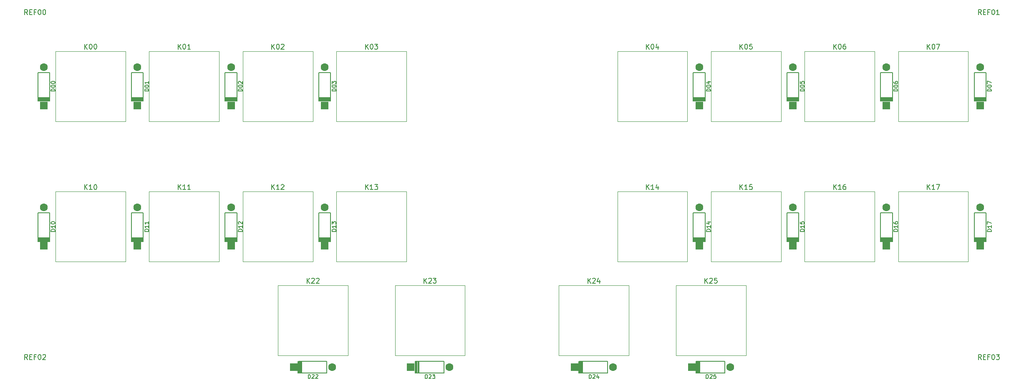
<source format=gto>
%TF.GenerationSoftware,KiCad,Pcbnew,(6.0.0)*%
%TF.CreationDate,2022-01-10T09:23:07+09:00*%
%TF.ProjectId,orca_pcb,6f726361-5f70-4636-922e-6b696361645f,rev?*%
%TF.SameCoordinates,Original*%
%TF.FileFunction,Legend,Top*%
%TF.FilePolarity,Positive*%
%FSLAX46Y46*%
G04 Gerber Fmt 4.6, Leading zero omitted, Abs format (unit mm)*
G04 Created by KiCad (PCBNEW (6.0.0)) date 2022-01-10 09:23:07*
%MOMM*%
%LPD*%
G01*
G04 APERTURE LIST*
%ADD10C,0.150000*%
%ADD11C,0.120000*%
%ADD12C,0.200000*%
%ADD13R,1.600000X1.600000*%
%ADD14C,1.600000*%
G04 APERTURE END LIST*
D10*
%TO.C,REF01*%
X196226190Y77547619D02*
X195892857Y78023809D01*
X195654761Y77547619D02*
X195654761Y78547619D01*
X196035714Y78547619D01*
X196130952Y78500000D01*
X196178571Y78452380D01*
X196226190Y78357142D01*
X196226190Y78214285D01*
X196178571Y78119047D01*
X196130952Y78071428D01*
X196035714Y78023809D01*
X195654761Y78023809D01*
X196654761Y78071428D02*
X196988095Y78071428D01*
X197130952Y77547619D02*
X196654761Y77547619D01*
X196654761Y78547619D01*
X197130952Y78547619D01*
X197892857Y78071428D02*
X197559523Y78071428D01*
X197559523Y77547619D02*
X197559523Y78547619D01*
X198035714Y78547619D01*
X198607142Y78547619D02*
X198702380Y78547619D01*
X198797619Y78500000D01*
X198845238Y78452380D01*
X198892857Y78357142D01*
X198940476Y78166666D01*
X198940476Y77928571D01*
X198892857Y77738095D01*
X198845238Y77642857D01*
X198797619Y77595238D01*
X198702380Y77547619D01*
X198607142Y77547619D01*
X198511904Y77595238D01*
X198464285Y77642857D01*
X198416666Y77738095D01*
X198369047Y77928571D01*
X198369047Y78166666D01*
X198416666Y78357142D01*
X198464285Y78452380D01*
X198511904Y78500000D01*
X198607142Y78547619D01*
X199892857Y77547619D02*
X199321428Y77547619D01*
X199607142Y77547619D02*
X199607142Y78547619D01*
X199511904Y78404761D01*
X199416666Y78309523D01*
X199321428Y78261904D01*
%TO.C,REF03*%
X196226190Y7547619D02*
X195892857Y8023809D01*
X195654761Y7547619D02*
X195654761Y8547619D01*
X196035714Y8547619D01*
X196130952Y8500000D01*
X196178571Y8452380D01*
X196226190Y8357142D01*
X196226190Y8214285D01*
X196178571Y8119047D01*
X196130952Y8071428D01*
X196035714Y8023809D01*
X195654761Y8023809D01*
X196654761Y8071428D02*
X196988095Y8071428D01*
X197130952Y7547619D02*
X196654761Y7547619D01*
X196654761Y8547619D01*
X197130952Y8547619D01*
X197892857Y8071428D02*
X197559523Y8071428D01*
X197559523Y7547619D02*
X197559523Y8547619D01*
X198035714Y8547619D01*
X198607142Y8547619D02*
X198702380Y8547619D01*
X198797619Y8500000D01*
X198845238Y8452380D01*
X198892857Y8357142D01*
X198940476Y8166666D01*
X198940476Y7928571D01*
X198892857Y7738095D01*
X198845238Y7642857D01*
X198797619Y7595238D01*
X198702380Y7547619D01*
X198607142Y7547619D01*
X198511904Y7595238D01*
X198464285Y7642857D01*
X198416666Y7738095D01*
X198369047Y7928571D01*
X198369047Y8166666D01*
X198416666Y8357142D01*
X198464285Y8452380D01*
X198511904Y8500000D01*
X198607142Y8547619D01*
X199273809Y8547619D02*
X199892857Y8547619D01*
X199559523Y8166666D01*
X199702380Y8166666D01*
X199797619Y8119047D01*
X199845238Y8071428D01*
X199892857Y7976190D01*
X199892857Y7738095D01*
X199845238Y7642857D01*
X199797619Y7595238D01*
X199702380Y7547619D01*
X199416666Y7547619D01*
X199321428Y7595238D01*
X199273809Y7642857D01*
%TO.C,REF02*%
X2726190Y7547619D02*
X2392857Y8023809D01*
X2154761Y7547619D02*
X2154761Y8547619D01*
X2535714Y8547619D01*
X2630952Y8500000D01*
X2678571Y8452380D01*
X2726190Y8357142D01*
X2726190Y8214285D01*
X2678571Y8119047D01*
X2630952Y8071428D01*
X2535714Y8023809D01*
X2154761Y8023809D01*
X3154761Y8071428D02*
X3488095Y8071428D01*
X3630952Y7547619D02*
X3154761Y7547619D01*
X3154761Y8547619D01*
X3630952Y8547619D01*
X4392857Y8071428D02*
X4059523Y8071428D01*
X4059523Y7547619D02*
X4059523Y8547619D01*
X4535714Y8547619D01*
X5107142Y8547619D02*
X5202380Y8547619D01*
X5297619Y8500000D01*
X5345238Y8452380D01*
X5392857Y8357142D01*
X5440476Y8166666D01*
X5440476Y7928571D01*
X5392857Y7738095D01*
X5345238Y7642857D01*
X5297619Y7595238D01*
X5202380Y7547619D01*
X5107142Y7547619D01*
X5011904Y7595238D01*
X4964285Y7642857D01*
X4916666Y7738095D01*
X4869047Y7928571D01*
X4869047Y8166666D01*
X4916666Y8357142D01*
X4964285Y8452380D01*
X5011904Y8500000D01*
X5107142Y8547619D01*
X5821428Y8452380D02*
X5869047Y8500000D01*
X5964285Y8547619D01*
X6202380Y8547619D01*
X6297619Y8500000D01*
X6345238Y8452380D01*
X6392857Y8357142D01*
X6392857Y8261904D01*
X6345238Y8119047D01*
X5773809Y7547619D01*
X6392857Y7547619D01*
%TO.C,REF00*%
X2726190Y77547619D02*
X2392857Y78023809D01*
X2154761Y77547619D02*
X2154761Y78547619D01*
X2535714Y78547619D01*
X2630952Y78500000D01*
X2678571Y78452380D01*
X2726190Y78357142D01*
X2726190Y78214285D01*
X2678571Y78119047D01*
X2630952Y78071428D01*
X2535714Y78023809D01*
X2154761Y78023809D01*
X3154761Y78071428D02*
X3488095Y78071428D01*
X3630952Y77547619D02*
X3154761Y77547619D01*
X3154761Y78547619D01*
X3630952Y78547619D01*
X4392857Y78071428D02*
X4059523Y78071428D01*
X4059523Y77547619D02*
X4059523Y78547619D01*
X4535714Y78547619D01*
X5107142Y78547619D02*
X5202380Y78547619D01*
X5297619Y78500000D01*
X5345238Y78452380D01*
X5392857Y78357142D01*
X5440476Y78166666D01*
X5440476Y77928571D01*
X5392857Y77738095D01*
X5345238Y77642857D01*
X5297619Y77595238D01*
X5202380Y77547619D01*
X5107142Y77547619D01*
X5011904Y77595238D01*
X4964285Y77642857D01*
X4916666Y77738095D01*
X4869047Y77928571D01*
X4869047Y78166666D01*
X4916666Y78357142D01*
X4964285Y78452380D01*
X5011904Y78500000D01*
X5107142Y78547619D01*
X6059523Y78547619D02*
X6154761Y78547619D01*
X6250000Y78500000D01*
X6297619Y78452380D01*
X6345238Y78357142D01*
X6392857Y78166666D01*
X6392857Y77928571D01*
X6345238Y77738095D01*
X6297619Y77642857D01*
X6250000Y77595238D01*
X6154761Y77547619D01*
X6059523Y77547619D01*
X5964285Y77595238D01*
X5916666Y77642857D01*
X5869047Y77738095D01*
X5821428Y77928571D01*
X5821428Y78166666D01*
X5869047Y78357142D01*
X5916666Y78452380D01*
X5964285Y78500000D01*
X6059523Y78547619D01*
%TO.C,K25*%
X140165714Y23047619D02*
X140165714Y24047619D01*
X140737142Y23047619D02*
X140308571Y23619047D01*
X140737142Y24047619D02*
X140165714Y23476190D01*
X141118095Y23952380D02*
X141165714Y24000000D01*
X141260952Y24047619D01*
X141499047Y24047619D01*
X141594285Y24000000D01*
X141641904Y23952380D01*
X141689523Y23857142D01*
X141689523Y23761904D01*
X141641904Y23619047D01*
X141070476Y23047619D01*
X141689523Y23047619D01*
X142594285Y24047619D02*
X142118095Y24047619D01*
X142070476Y23571428D01*
X142118095Y23619047D01*
X142213333Y23666666D01*
X142451428Y23666666D01*
X142546666Y23619047D01*
X142594285Y23571428D01*
X142641904Y23476190D01*
X142641904Y23238095D01*
X142594285Y23142857D01*
X142546666Y23095238D01*
X142451428Y23047619D01*
X142213333Y23047619D01*
X142118095Y23095238D01*
X142070476Y23142857D01*
%TO.C,K24*%
X116415714Y23047619D02*
X116415714Y24047619D01*
X116987142Y23047619D02*
X116558571Y23619047D01*
X116987142Y24047619D02*
X116415714Y23476190D01*
X117368095Y23952380D02*
X117415714Y24000000D01*
X117510952Y24047619D01*
X117749047Y24047619D01*
X117844285Y24000000D01*
X117891904Y23952380D01*
X117939523Y23857142D01*
X117939523Y23761904D01*
X117891904Y23619047D01*
X117320476Y23047619D01*
X117939523Y23047619D01*
X118796666Y23714285D02*
X118796666Y23047619D01*
X118558571Y24095238D02*
X118320476Y23380952D01*
X118939523Y23380952D01*
%TO.C,K23*%
X83165714Y23047619D02*
X83165714Y24047619D01*
X83737142Y23047619D02*
X83308571Y23619047D01*
X83737142Y24047619D02*
X83165714Y23476190D01*
X84118095Y23952380D02*
X84165714Y24000000D01*
X84260952Y24047619D01*
X84499047Y24047619D01*
X84594285Y24000000D01*
X84641904Y23952380D01*
X84689523Y23857142D01*
X84689523Y23761904D01*
X84641904Y23619047D01*
X84070476Y23047619D01*
X84689523Y23047619D01*
X85022857Y24047619D02*
X85641904Y24047619D01*
X85308571Y23666666D01*
X85451428Y23666666D01*
X85546666Y23619047D01*
X85594285Y23571428D01*
X85641904Y23476190D01*
X85641904Y23238095D01*
X85594285Y23142857D01*
X85546666Y23095238D01*
X85451428Y23047619D01*
X85165714Y23047619D01*
X85070476Y23095238D01*
X85022857Y23142857D01*
%TO.C,K22*%
X59415714Y23047619D02*
X59415714Y24047619D01*
X59987142Y23047619D02*
X59558571Y23619047D01*
X59987142Y24047619D02*
X59415714Y23476190D01*
X60368095Y23952380D02*
X60415714Y24000000D01*
X60510952Y24047619D01*
X60749047Y24047619D01*
X60844285Y24000000D01*
X60891904Y23952380D01*
X60939523Y23857142D01*
X60939523Y23761904D01*
X60891904Y23619047D01*
X60320476Y23047619D01*
X60939523Y23047619D01*
X61320476Y23952380D02*
X61368095Y24000000D01*
X61463333Y24047619D01*
X61701428Y24047619D01*
X61796666Y24000000D01*
X61844285Y23952380D01*
X61891904Y23857142D01*
X61891904Y23761904D01*
X61844285Y23619047D01*
X61272857Y23047619D01*
X61891904Y23047619D01*
%TO.C,K17*%
X185285714Y42047619D02*
X185285714Y43047619D01*
X185857142Y42047619D02*
X185428571Y42619047D01*
X185857142Y43047619D02*
X185285714Y42476190D01*
X186809523Y42047619D02*
X186238095Y42047619D01*
X186523809Y42047619D02*
X186523809Y43047619D01*
X186428571Y42904761D01*
X186333333Y42809523D01*
X186238095Y42761904D01*
X187142857Y43047619D02*
X187809523Y43047619D01*
X187380952Y42047619D01*
%TO.C,K16*%
X166285714Y42047619D02*
X166285714Y43047619D01*
X166857142Y42047619D02*
X166428571Y42619047D01*
X166857142Y43047619D02*
X166285714Y42476190D01*
X167809523Y42047619D02*
X167238095Y42047619D01*
X167523809Y42047619D02*
X167523809Y43047619D01*
X167428571Y42904761D01*
X167333333Y42809523D01*
X167238095Y42761904D01*
X168666666Y43047619D02*
X168476190Y43047619D01*
X168380952Y43000000D01*
X168333333Y42952380D01*
X168238095Y42809523D01*
X168190476Y42619047D01*
X168190476Y42238095D01*
X168238095Y42142857D01*
X168285714Y42095238D01*
X168380952Y42047619D01*
X168571428Y42047619D01*
X168666666Y42095238D01*
X168714285Y42142857D01*
X168761904Y42238095D01*
X168761904Y42476190D01*
X168714285Y42571428D01*
X168666666Y42619047D01*
X168571428Y42666666D01*
X168380952Y42666666D01*
X168285714Y42619047D01*
X168238095Y42571428D01*
X168190476Y42476190D01*
%TO.C,K15*%
X147285714Y42047619D02*
X147285714Y43047619D01*
X147857142Y42047619D02*
X147428571Y42619047D01*
X147857142Y43047619D02*
X147285714Y42476190D01*
X148809523Y42047619D02*
X148238095Y42047619D01*
X148523809Y42047619D02*
X148523809Y43047619D01*
X148428571Y42904761D01*
X148333333Y42809523D01*
X148238095Y42761904D01*
X149714285Y43047619D02*
X149238095Y43047619D01*
X149190476Y42571428D01*
X149238095Y42619047D01*
X149333333Y42666666D01*
X149571428Y42666666D01*
X149666666Y42619047D01*
X149714285Y42571428D01*
X149761904Y42476190D01*
X149761904Y42238095D01*
X149714285Y42142857D01*
X149666666Y42095238D01*
X149571428Y42047619D01*
X149333333Y42047619D01*
X149238095Y42095238D01*
X149190476Y42142857D01*
%TO.C,K14*%
X128285714Y42047619D02*
X128285714Y43047619D01*
X128857142Y42047619D02*
X128428571Y42619047D01*
X128857142Y43047619D02*
X128285714Y42476190D01*
X129809523Y42047619D02*
X129238095Y42047619D01*
X129523809Y42047619D02*
X129523809Y43047619D01*
X129428571Y42904761D01*
X129333333Y42809523D01*
X129238095Y42761904D01*
X130666666Y42714285D02*
X130666666Y42047619D01*
X130428571Y43095238D02*
X130190476Y42380952D01*
X130809523Y42380952D01*
%TO.C,K13*%
X71285714Y42047619D02*
X71285714Y43047619D01*
X71857142Y42047619D02*
X71428571Y42619047D01*
X71857142Y43047619D02*
X71285714Y42476190D01*
X72809523Y42047619D02*
X72238095Y42047619D01*
X72523809Y42047619D02*
X72523809Y43047619D01*
X72428571Y42904761D01*
X72333333Y42809523D01*
X72238095Y42761904D01*
X73142857Y43047619D02*
X73761904Y43047619D01*
X73428571Y42666666D01*
X73571428Y42666666D01*
X73666666Y42619047D01*
X73714285Y42571428D01*
X73761904Y42476190D01*
X73761904Y42238095D01*
X73714285Y42142857D01*
X73666666Y42095238D01*
X73571428Y42047619D01*
X73285714Y42047619D01*
X73190476Y42095238D01*
X73142857Y42142857D01*
%TO.C,K12*%
X52285714Y42047619D02*
X52285714Y43047619D01*
X52857142Y42047619D02*
X52428571Y42619047D01*
X52857142Y43047619D02*
X52285714Y42476190D01*
X53809523Y42047619D02*
X53238095Y42047619D01*
X53523809Y42047619D02*
X53523809Y43047619D01*
X53428571Y42904761D01*
X53333333Y42809523D01*
X53238095Y42761904D01*
X54190476Y42952380D02*
X54238095Y43000000D01*
X54333333Y43047619D01*
X54571428Y43047619D01*
X54666666Y43000000D01*
X54714285Y42952380D01*
X54761904Y42857142D01*
X54761904Y42761904D01*
X54714285Y42619047D01*
X54142857Y42047619D01*
X54761904Y42047619D01*
%TO.C,K11*%
X33285714Y42047619D02*
X33285714Y43047619D01*
X33857142Y42047619D02*
X33428571Y42619047D01*
X33857142Y43047619D02*
X33285714Y42476190D01*
X34809523Y42047619D02*
X34238095Y42047619D01*
X34523809Y42047619D02*
X34523809Y43047619D01*
X34428571Y42904761D01*
X34333333Y42809523D01*
X34238095Y42761904D01*
X35761904Y42047619D02*
X35190476Y42047619D01*
X35476190Y42047619D02*
X35476190Y43047619D01*
X35380952Y42904761D01*
X35285714Y42809523D01*
X35190476Y42761904D01*
%TO.C,K10*%
X14285714Y42047619D02*
X14285714Y43047619D01*
X14857142Y42047619D02*
X14428571Y42619047D01*
X14857142Y43047619D02*
X14285714Y42476190D01*
X15809523Y42047619D02*
X15238095Y42047619D01*
X15523809Y42047619D02*
X15523809Y43047619D01*
X15428571Y42904761D01*
X15333333Y42809523D01*
X15238095Y42761904D01*
X16428571Y43047619D02*
X16523809Y43047619D01*
X16619047Y43000000D01*
X16666666Y42952380D01*
X16714285Y42857142D01*
X16761904Y42666666D01*
X16761904Y42428571D01*
X16714285Y42238095D01*
X16666666Y42142857D01*
X16619047Y42095238D01*
X16523809Y42047619D01*
X16428571Y42047619D01*
X16333333Y42095238D01*
X16285714Y42142857D01*
X16238095Y42238095D01*
X16190476Y42428571D01*
X16190476Y42666666D01*
X16238095Y42857142D01*
X16285714Y42952380D01*
X16333333Y43000000D01*
X16428571Y43047619D01*
%TO.C,K07*%
X185285714Y70547619D02*
X185285714Y71547619D01*
X185857142Y70547619D02*
X185428571Y71119047D01*
X185857142Y71547619D02*
X185285714Y70976190D01*
X186476190Y71547619D02*
X186571428Y71547619D01*
X186666666Y71500000D01*
X186714285Y71452380D01*
X186761904Y71357142D01*
X186809523Y71166666D01*
X186809523Y70928571D01*
X186761904Y70738095D01*
X186714285Y70642857D01*
X186666666Y70595238D01*
X186571428Y70547619D01*
X186476190Y70547619D01*
X186380952Y70595238D01*
X186333333Y70642857D01*
X186285714Y70738095D01*
X186238095Y70928571D01*
X186238095Y71166666D01*
X186285714Y71357142D01*
X186333333Y71452380D01*
X186380952Y71500000D01*
X186476190Y71547619D01*
X187142857Y71547619D02*
X187809523Y71547619D01*
X187380952Y70547619D01*
%TO.C,K06*%
X166285714Y70547619D02*
X166285714Y71547619D01*
X166857142Y70547619D02*
X166428571Y71119047D01*
X166857142Y71547619D02*
X166285714Y70976190D01*
X167476190Y71547619D02*
X167571428Y71547619D01*
X167666666Y71500000D01*
X167714285Y71452380D01*
X167761904Y71357142D01*
X167809523Y71166666D01*
X167809523Y70928571D01*
X167761904Y70738095D01*
X167714285Y70642857D01*
X167666666Y70595238D01*
X167571428Y70547619D01*
X167476190Y70547619D01*
X167380952Y70595238D01*
X167333333Y70642857D01*
X167285714Y70738095D01*
X167238095Y70928571D01*
X167238095Y71166666D01*
X167285714Y71357142D01*
X167333333Y71452380D01*
X167380952Y71500000D01*
X167476190Y71547619D01*
X168666666Y71547619D02*
X168476190Y71547619D01*
X168380952Y71500000D01*
X168333333Y71452380D01*
X168238095Y71309523D01*
X168190476Y71119047D01*
X168190476Y70738095D01*
X168238095Y70642857D01*
X168285714Y70595238D01*
X168380952Y70547619D01*
X168571428Y70547619D01*
X168666666Y70595238D01*
X168714285Y70642857D01*
X168761904Y70738095D01*
X168761904Y70976190D01*
X168714285Y71071428D01*
X168666666Y71119047D01*
X168571428Y71166666D01*
X168380952Y71166666D01*
X168285714Y71119047D01*
X168238095Y71071428D01*
X168190476Y70976190D01*
%TO.C,K05*%
X147285714Y70547619D02*
X147285714Y71547619D01*
X147857142Y70547619D02*
X147428571Y71119047D01*
X147857142Y71547619D02*
X147285714Y70976190D01*
X148476190Y71547619D02*
X148571428Y71547619D01*
X148666666Y71500000D01*
X148714285Y71452380D01*
X148761904Y71357142D01*
X148809523Y71166666D01*
X148809523Y70928571D01*
X148761904Y70738095D01*
X148714285Y70642857D01*
X148666666Y70595238D01*
X148571428Y70547619D01*
X148476190Y70547619D01*
X148380952Y70595238D01*
X148333333Y70642857D01*
X148285714Y70738095D01*
X148238095Y70928571D01*
X148238095Y71166666D01*
X148285714Y71357142D01*
X148333333Y71452380D01*
X148380952Y71500000D01*
X148476190Y71547619D01*
X149714285Y71547619D02*
X149238095Y71547619D01*
X149190476Y71071428D01*
X149238095Y71119047D01*
X149333333Y71166666D01*
X149571428Y71166666D01*
X149666666Y71119047D01*
X149714285Y71071428D01*
X149761904Y70976190D01*
X149761904Y70738095D01*
X149714285Y70642857D01*
X149666666Y70595238D01*
X149571428Y70547619D01*
X149333333Y70547619D01*
X149238095Y70595238D01*
X149190476Y70642857D01*
%TO.C,K04*%
X128285714Y70547619D02*
X128285714Y71547619D01*
X128857142Y70547619D02*
X128428571Y71119047D01*
X128857142Y71547619D02*
X128285714Y70976190D01*
X129476190Y71547619D02*
X129571428Y71547619D01*
X129666666Y71500000D01*
X129714285Y71452380D01*
X129761904Y71357142D01*
X129809523Y71166666D01*
X129809523Y70928571D01*
X129761904Y70738095D01*
X129714285Y70642857D01*
X129666666Y70595238D01*
X129571428Y70547619D01*
X129476190Y70547619D01*
X129380952Y70595238D01*
X129333333Y70642857D01*
X129285714Y70738095D01*
X129238095Y70928571D01*
X129238095Y71166666D01*
X129285714Y71357142D01*
X129333333Y71452380D01*
X129380952Y71500000D01*
X129476190Y71547619D01*
X130666666Y71214285D02*
X130666666Y70547619D01*
X130428571Y71595238D02*
X130190476Y70880952D01*
X130809523Y70880952D01*
%TO.C,K03*%
X71285714Y70547619D02*
X71285714Y71547619D01*
X71857142Y70547619D02*
X71428571Y71119047D01*
X71857142Y71547619D02*
X71285714Y70976190D01*
X72476190Y71547619D02*
X72571428Y71547619D01*
X72666666Y71500000D01*
X72714285Y71452380D01*
X72761904Y71357142D01*
X72809523Y71166666D01*
X72809523Y70928571D01*
X72761904Y70738095D01*
X72714285Y70642857D01*
X72666666Y70595238D01*
X72571428Y70547619D01*
X72476190Y70547619D01*
X72380952Y70595238D01*
X72333333Y70642857D01*
X72285714Y70738095D01*
X72238095Y70928571D01*
X72238095Y71166666D01*
X72285714Y71357142D01*
X72333333Y71452380D01*
X72380952Y71500000D01*
X72476190Y71547619D01*
X73142857Y71547619D02*
X73761904Y71547619D01*
X73428571Y71166666D01*
X73571428Y71166666D01*
X73666666Y71119047D01*
X73714285Y71071428D01*
X73761904Y70976190D01*
X73761904Y70738095D01*
X73714285Y70642857D01*
X73666666Y70595238D01*
X73571428Y70547619D01*
X73285714Y70547619D01*
X73190476Y70595238D01*
X73142857Y70642857D01*
%TO.C,K02*%
X52285714Y70547619D02*
X52285714Y71547619D01*
X52857142Y70547619D02*
X52428571Y71119047D01*
X52857142Y71547619D02*
X52285714Y70976190D01*
X53476190Y71547619D02*
X53571428Y71547619D01*
X53666666Y71500000D01*
X53714285Y71452380D01*
X53761904Y71357142D01*
X53809523Y71166666D01*
X53809523Y70928571D01*
X53761904Y70738095D01*
X53714285Y70642857D01*
X53666666Y70595238D01*
X53571428Y70547619D01*
X53476190Y70547619D01*
X53380952Y70595238D01*
X53333333Y70642857D01*
X53285714Y70738095D01*
X53238095Y70928571D01*
X53238095Y71166666D01*
X53285714Y71357142D01*
X53333333Y71452380D01*
X53380952Y71500000D01*
X53476190Y71547619D01*
X54190476Y71452380D02*
X54238095Y71500000D01*
X54333333Y71547619D01*
X54571428Y71547619D01*
X54666666Y71500000D01*
X54714285Y71452380D01*
X54761904Y71357142D01*
X54761904Y71261904D01*
X54714285Y71119047D01*
X54142857Y70547619D01*
X54761904Y70547619D01*
%TO.C,K01*%
X33285714Y70547619D02*
X33285714Y71547619D01*
X33857142Y70547619D02*
X33428571Y71119047D01*
X33857142Y71547619D02*
X33285714Y70976190D01*
X34476190Y71547619D02*
X34571428Y71547619D01*
X34666666Y71500000D01*
X34714285Y71452380D01*
X34761904Y71357142D01*
X34809523Y71166666D01*
X34809523Y70928571D01*
X34761904Y70738095D01*
X34714285Y70642857D01*
X34666666Y70595238D01*
X34571428Y70547619D01*
X34476190Y70547619D01*
X34380952Y70595238D01*
X34333333Y70642857D01*
X34285714Y70738095D01*
X34238095Y70928571D01*
X34238095Y71166666D01*
X34285714Y71357142D01*
X34333333Y71452380D01*
X34380952Y71500000D01*
X34476190Y71547619D01*
X35761904Y70547619D02*
X35190476Y70547619D01*
X35476190Y70547619D02*
X35476190Y71547619D01*
X35380952Y71404761D01*
X35285714Y71309523D01*
X35190476Y71261904D01*
%TO.C,K00*%
X14285714Y70547619D02*
X14285714Y71547619D01*
X14857142Y70547619D02*
X14428571Y71119047D01*
X14857142Y71547619D02*
X14285714Y70976190D01*
X15476190Y71547619D02*
X15571428Y71547619D01*
X15666666Y71500000D01*
X15714285Y71452380D01*
X15761904Y71357142D01*
X15809523Y71166666D01*
X15809523Y70928571D01*
X15761904Y70738095D01*
X15714285Y70642857D01*
X15666666Y70595238D01*
X15571428Y70547619D01*
X15476190Y70547619D01*
X15380952Y70595238D01*
X15333333Y70642857D01*
X15285714Y70738095D01*
X15238095Y70928571D01*
X15238095Y71166666D01*
X15285714Y71357142D01*
X15333333Y71452380D01*
X15380952Y71500000D01*
X15476190Y71547619D01*
X16428571Y71547619D02*
X16523809Y71547619D01*
X16619047Y71500000D01*
X16666666Y71452380D01*
X16714285Y71357142D01*
X16761904Y71166666D01*
X16761904Y70928571D01*
X16714285Y70738095D01*
X16666666Y70642857D01*
X16619047Y70595238D01*
X16523809Y70547619D01*
X16428571Y70547619D01*
X16333333Y70595238D01*
X16285714Y70642857D01*
X16238095Y70738095D01*
X16190476Y70928571D01*
X16190476Y71166666D01*
X16238095Y71357142D01*
X16285714Y71452380D01*
X16333333Y71500000D01*
X16428571Y71547619D01*
%TO.C,D25*%
X140408571Y3713095D02*
X140408571Y4513095D01*
X140599047Y4513095D01*
X140713333Y4475000D01*
X140789523Y4398809D01*
X140827619Y4322619D01*
X140865714Y4170238D01*
X140865714Y4055952D01*
X140827619Y3903571D01*
X140789523Y3827380D01*
X140713333Y3751190D01*
X140599047Y3713095D01*
X140408571Y3713095D01*
X141170476Y4436904D02*
X141208571Y4475000D01*
X141284761Y4513095D01*
X141475238Y4513095D01*
X141551428Y4475000D01*
X141589523Y4436904D01*
X141627619Y4360714D01*
X141627619Y4284523D01*
X141589523Y4170238D01*
X141132380Y3713095D01*
X141627619Y3713095D01*
X142351428Y4513095D02*
X141970476Y4513095D01*
X141932380Y4132142D01*
X141970476Y4170238D01*
X142046666Y4208333D01*
X142237142Y4208333D01*
X142313333Y4170238D01*
X142351428Y4132142D01*
X142389523Y4055952D01*
X142389523Y3865476D01*
X142351428Y3789285D01*
X142313333Y3751190D01*
X142237142Y3713095D01*
X142046666Y3713095D01*
X141970476Y3751190D01*
X141932380Y3789285D01*
%TO.C,D24*%
X116658571Y3713095D02*
X116658571Y4513095D01*
X116849047Y4513095D01*
X116963333Y4475000D01*
X117039523Y4398809D01*
X117077619Y4322619D01*
X117115714Y4170238D01*
X117115714Y4055952D01*
X117077619Y3903571D01*
X117039523Y3827380D01*
X116963333Y3751190D01*
X116849047Y3713095D01*
X116658571Y3713095D01*
X117420476Y4436904D02*
X117458571Y4475000D01*
X117534761Y4513095D01*
X117725238Y4513095D01*
X117801428Y4475000D01*
X117839523Y4436904D01*
X117877619Y4360714D01*
X117877619Y4284523D01*
X117839523Y4170238D01*
X117382380Y3713095D01*
X117877619Y3713095D01*
X118563333Y4246428D02*
X118563333Y3713095D01*
X118372857Y4551190D02*
X118182380Y3979761D01*
X118677619Y3979761D01*
%TO.C,D23*%
X83408571Y3713095D02*
X83408571Y4513095D01*
X83599047Y4513095D01*
X83713333Y4475000D01*
X83789523Y4398809D01*
X83827619Y4322619D01*
X83865714Y4170238D01*
X83865714Y4055952D01*
X83827619Y3903571D01*
X83789523Y3827380D01*
X83713333Y3751190D01*
X83599047Y3713095D01*
X83408571Y3713095D01*
X84170476Y4436904D02*
X84208571Y4475000D01*
X84284761Y4513095D01*
X84475238Y4513095D01*
X84551428Y4475000D01*
X84589523Y4436904D01*
X84627619Y4360714D01*
X84627619Y4284523D01*
X84589523Y4170238D01*
X84132380Y3713095D01*
X84627619Y3713095D01*
X84894285Y4513095D02*
X85389523Y4513095D01*
X85122857Y4208333D01*
X85237142Y4208333D01*
X85313333Y4170238D01*
X85351428Y4132142D01*
X85389523Y4055952D01*
X85389523Y3865476D01*
X85351428Y3789285D01*
X85313333Y3751190D01*
X85237142Y3713095D01*
X85008571Y3713095D01*
X84932380Y3751190D01*
X84894285Y3789285D01*
%TO.C,D22*%
X59658571Y3713095D02*
X59658571Y4513095D01*
X59849047Y4513095D01*
X59963333Y4475000D01*
X60039523Y4398809D01*
X60077619Y4322619D01*
X60115714Y4170238D01*
X60115714Y4055952D01*
X60077619Y3903571D01*
X60039523Y3827380D01*
X59963333Y3751190D01*
X59849047Y3713095D01*
X59658571Y3713095D01*
X60420476Y4436904D02*
X60458571Y4475000D01*
X60534761Y4513095D01*
X60725238Y4513095D01*
X60801428Y4475000D01*
X60839523Y4436904D01*
X60877619Y4360714D01*
X60877619Y4284523D01*
X60839523Y4170238D01*
X60382380Y3713095D01*
X60877619Y3713095D01*
X61182380Y4436904D02*
X61220476Y4475000D01*
X61296666Y4513095D01*
X61487142Y4513095D01*
X61563333Y4475000D01*
X61601428Y4436904D01*
X61639523Y4360714D01*
X61639523Y4284523D01*
X61601428Y4170238D01*
X61144285Y3713095D01*
X61639523Y3713095D01*
%TO.C,D17*%
X198286904Y33528571D02*
X197486904Y33528571D01*
X197486904Y33719047D01*
X197525000Y33833333D01*
X197601190Y33909523D01*
X197677380Y33947619D01*
X197829761Y33985714D01*
X197944047Y33985714D01*
X198096428Y33947619D01*
X198172619Y33909523D01*
X198248809Y33833333D01*
X198286904Y33719047D01*
X198286904Y33528571D01*
X198286904Y34747619D02*
X198286904Y34290476D01*
X198286904Y34519047D02*
X197486904Y34519047D01*
X197601190Y34442857D01*
X197677380Y34366666D01*
X197715476Y34290476D01*
X197486904Y35014285D02*
X197486904Y35547619D01*
X198286904Y35204761D01*
%TO.C,D16*%
X179286904Y33528571D02*
X178486904Y33528571D01*
X178486904Y33719047D01*
X178525000Y33833333D01*
X178601190Y33909523D01*
X178677380Y33947619D01*
X178829761Y33985714D01*
X178944047Y33985714D01*
X179096428Y33947619D01*
X179172619Y33909523D01*
X179248809Y33833333D01*
X179286904Y33719047D01*
X179286904Y33528571D01*
X179286904Y34747619D02*
X179286904Y34290476D01*
X179286904Y34519047D02*
X178486904Y34519047D01*
X178601190Y34442857D01*
X178677380Y34366666D01*
X178715476Y34290476D01*
X178486904Y35433333D02*
X178486904Y35280952D01*
X178525000Y35204761D01*
X178563095Y35166666D01*
X178677380Y35090476D01*
X178829761Y35052380D01*
X179134523Y35052380D01*
X179210714Y35090476D01*
X179248809Y35128571D01*
X179286904Y35204761D01*
X179286904Y35357142D01*
X179248809Y35433333D01*
X179210714Y35471428D01*
X179134523Y35509523D01*
X178944047Y35509523D01*
X178867857Y35471428D01*
X178829761Y35433333D01*
X178791666Y35357142D01*
X178791666Y35204761D01*
X178829761Y35128571D01*
X178867857Y35090476D01*
X178944047Y35052380D01*
%TO.C,D15*%
X160286904Y33528571D02*
X159486904Y33528571D01*
X159486904Y33719047D01*
X159525000Y33833333D01*
X159601190Y33909523D01*
X159677380Y33947619D01*
X159829761Y33985714D01*
X159944047Y33985714D01*
X160096428Y33947619D01*
X160172619Y33909523D01*
X160248809Y33833333D01*
X160286904Y33719047D01*
X160286904Y33528571D01*
X160286904Y34747619D02*
X160286904Y34290476D01*
X160286904Y34519047D02*
X159486904Y34519047D01*
X159601190Y34442857D01*
X159677380Y34366666D01*
X159715476Y34290476D01*
X159486904Y35471428D02*
X159486904Y35090476D01*
X159867857Y35052380D01*
X159829761Y35090476D01*
X159791666Y35166666D01*
X159791666Y35357142D01*
X159829761Y35433333D01*
X159867857Y35471428D01*
X159944047Y35509523D01*
X160134523Y35509523D01*
X160210714Y35471428D01*
X160248809Y35433333D01*
X160286904Y35357142D01*
X160286904Y35166666D01*
X160248809Y35090476D01*
X160210714Y35052380D01*
%TO.C,D14*%
X141286904Y33528571D02*
X140486904Y33528571D01*
X140486904Y33719047D01*
X140525000Y33833333D01*
X140601190Y33909523D01*
X140677380Y33947619D01*
X140829761Y33985714D01*
X140944047Y33985714D01*
X141096428Y33947619D01*
X141172619Y33909523D01*
X141248809Y33833333D01*
X141286904Y33719047D01*
X141286904Y33528571D01*
X141286904Y34747619D02*
X141286904Y34290476D01*
X141286904Y34519047D02*
X140486904Y34519047D01*
X140601190Y34442857D01*
X140677380Y34366666D01*
X140715476Y34290476D01*
X140753571Y35433333D02*
X141286904Y35433333D01*
X140448809Y35242857D02*
X141020238Y35052380D01*
X141020238Y35547619D01*
%TO.C,D13*%
X65286904Y33528571D02*
X64486904Y33528571D01*
X64486904Y33719047D01*
X64525000Y33833333D01*
X64601190Y33909523D01*
X64677380Y33947619D01*
X64829761Y33985714D01*
X64944047Y33985714D01*
X65096428Y33947619D01*
X65172619Y33909523D01*
X65248809Y33833333D01*
X65286904Y33719047D01*
X65286904Y33528571D01*
X65286904Y34747619D02*
X65286904Y34290476D01*
X65286904Y34519047D02*
X64486904Y34519047D01*
X64601190Y34442857D01*
X64677380Y34366666D01*
X64715476Y34290476D01*
X64486904Y35014285D02*
X64486904Y35509523D01*
X64791666Y35242857D01*
X64791666Y35357142D01*
X64829761Y35433333D01*
X64867857Y35471428D01*
X64944047Y35509523D01*
X65134523Y35509523D01*
X65210714Y35471428D01*
X65248809Y35433333D01*
X65286904Y35357142D01*
X65286904Y35128571D01*
X65248809Y35052380D01*
X65210714Y35014285D01*
%TO.C,D12*%
X46286904Y33528571D02*
X45486904Y33528571D01*
X45486904Y33719047D01*
X45525000Y33833333D01*
X45601190Y33909523D01*
X45677380Y33947619D01*
X45829761Y33985714D01*
X45944047Y33985714D01*
X46096428Y33947619D01*
X46172619Y33909523D01*
X46248809Y33833333D01*
X46286904Y33719047D01*
X46286904Y33528571D01*
X46286904Y34747619D02*
X46286904Y34290476D01*
X46286904Y34519047D02*
X45486904Y34519047D01*
X45601190Y34442857D01*
X45677380Y34366666D01*
X45715476Y34290476D01*
X45563095Y35052380D02*
X45525000Y35090476D01*
X45486904Y35166666D01*
X45486904Y35357142D01*
X45525000Y35433333D01*
X45563095Y35471428D01*
X45639285Y35509523D01*
X45715476Y35509523D01*
X45829761Y35471428D01*
X46286904Y35014285D01*
X46286904Y35509523D01*
%TO.C,D11*%
X27286904Y33528571D02*
X26486904Y33528571D01*
X26486904Y33719047D01*
X26525000Y33833333D01*
X26601190Y33909523D01*
X26677380Y33947619D01*
X26829761Y33985714D01*
X26944047Y33985714D01*
X27096428Y33947619D01*
X27172619Y33909523D01*
X27248809Y33833333D01*
X27286904Y33719047D01*
X27286904Y33528571D01*
X27286904Y34747619D02*
X27286904Y34290476D01*
X27286904Y34519047D02*
X26486904Y34519047D01*
X26601190Y34442857D01*
X26677380Y34366666D01*
X26715476Y34290476D01*
X27286904Y35509523D02*
X27286904Y35052380D01*
X27286904Y35280952D02*
X26486904Y35280952D01*
X26601190Y35204761D01*
X26677380Y35128571D01*
X26715476Y35052380D01*
%TO.C,D10*%
X8286904Y33528571D02*
X7486904Y33528571D01*
X7486904Y33719047D01*
X7525000Y33833333D01*
X7601190Y33909523D01*
X7677380Y33947619D01*
X7829761Y33985714D01*
X7944047Y33985714D01*
X8096428Y33947619D01*
X8172619Y33909523D01*
X8248809Y33833333D01*
X8286904Y33719047D01*
X8286904Y33528571D01*
X8286904Y34747619D02*
X8286904Y34290476D01*
X8286904Y34519047D02*
X7486904Y34519047D01*
X7601190Y34442857D01*
X7677380Y34366666D01*
X7715476Y34290476D01*
X7486904Y35242857D02*
X7486904Y35319047D01*
X7525000Y35395238D01*
X7563095Y35433333D01*
X7639285Y35471428D01*
X7791666Y35509523D01*
X7982142Y35509523D01*
X8134523Y35471428D01*
X8210714Y35433333D01*
X8248809Y35395238D01*
X8286904Y35319047D01*
X8286904Y35242857D01*
X8248809Y35166666D01*
X8210714Y35128571D01*
X8134523Y35090476D01*
X7982142Y35052380D01*
X7791666Y35052380D01*
X7639285Y35090476D01*
X7563095Y35128571D01*
X7525000Y35166666D01*
X7486904Y35242857D01*
%TO.C,D07*%
X198286904Y62028571D02*
X197486904Y62028571D01*
X197486904Y62219047D01*
X197525000Y62333333D01*
X197601190Y62409523D01*
X197677380Y62447619D01*
X197829761Y62485714D01*
X197944047Y62485714D01*
X198096428Y62447619D01*
X198172619Y62409523D01*
X198248809Y62333333D01*
X198286904Y62219047D01*
X198286904Y62028571D01*
X197486904Y62980952D02*
X197486904Y63057142D01*
X197525000Y63133333D01*
X197563095Y63171428D01*
X197639285Y63209523D01*
X197791666Y63247619D01*
X197982142Y63247619D01*
X198134523Y63209523D01*
X198210714Y63171428D01*
X198248809Y63133333D01*
X198286904Y63057142D01*
X198286904Y62980952D01*
X198248809Y62904761D01*
X198210714Y62866666D01*
X198134523Y62828571D01*
X197982142Y62790476D01*
X197791666Y62790476D01*
X197639285Y62828571D01*
X197563095Y62866666D01*
X197525000Y62904761D01*
X197486904Y62980952D01*
X197486904Y63514285D02*
X197486904Y64047619D01*
X198286904Y63704761D01*
%TO.C,D06*%
X179286904Y62028571D02*
X178486904Y62028571D01*
X178486904Y62219047D01*
X178525000Y62333333D01*
X178601190Y62409523D01*
X178677380Y62447619D01*
X178829761Y62485714D01*
X178944047Y62485714D01*
X179096428Y62447619D01*
X179172619Y62409523D01*
X179248809Y62333333D01*
X179286904Y62219047D01*
X179286904Y62028571D01*
X178486904Y62980952D02*
X178486904Y63057142D01*
X178525000Y63133333D01*
X178563095Y63171428D01*
X178639285Y63209523D01*
X178791666Y63247619D01*
X178982142Y63247619D01*
X179134523Y63209523D01*
X179210714Y63171428D01*
X179248809Y63133333D01*
X179286904Y63057142D01*
X179286904Y62980952D01*
X179248809Y62904761D01*
X179210714Y62866666D01*
X179134523Y62828571D01*
X178982142Y62790476D01*
X178791666Y62790476D01*
X178639285Y62828571D01*
X178563095Y62866666D01*
X178525000Y62904761D01*
X178486904Y62980952D01*
X178486904Y63933333D02*
X178486904Y63780952D01*
X178525000Y63704761D01*
X178563095Y63666666D01*
X178677380Y63590476D01*
X178829761Y63552380D01*
X179134523Y63552380D01*
X179210714Y63590476D01*
X179248809Y63628571D01*
X179286904Y63704761D01*
X179286904Y63857142D01*
X179248809Y63933333D01*
X179210714Y63971428D01*
X179134523Y64009523D01*
X178944047Y64009523D01*
X178867857Y63971428D01*
X178829761Y63933333D01*
X178791666Y63857142D01*
X178791666Y63704761D01*
X178829761Y63628571D01*
X178867857Y63590476D01*
X178944047Y63552380D01*
%TO.C,D05*%
X160286904Y62028571D02*
X159486904Y62028571D01*
X159486904Y62219047D01*
X159525000Y62333333D01*
X159601190Y62409523D01*
X159677380Y62447619D01*
X159829761Y62485714D01*
X159944047Y62485714D01*
X160096428Y62447619D01*
X160172619Y62409523D01*
X160248809Y62333333D01*
X160286904Y62219047D01*
X160286904Y62028571D01*
X159486904Y62980952D02*
X159486904Y63057142D01*
X159525000Y63133333D01*
X159563095Y63171428D01*
X159639285Y63209523D01*
X159791666Y63247619D01*
X159982142Y63247619D01*
X160134523Y63209523D01*
X160210714Y63171428D01*
X160248809Y63133333D01*
X160286904Y63057142D01*
X160286904Y62980952D01*
X160248809Y62904761D01*
X160210714Y62866666D01*
X160134523Y62828571D01*
X159982142Y62790476D01*
X159791666Y62790476D01*
X159639285Y62828571D01*
X159563095Y62866666D01*
X159525000Y62904761D01*
X159486904Y62980952D01*
X159486904Y63971428D02*
X159486904Y63590476D01*
X159867857Y63552380D01*
X159829761Y63590476D01*
X159791666Y63666666D01*
X159791666Y63857142D01*
X159829761Y63933333D01*
X159867857Y63971428D01*
X159944047Y64009523D01*
X160134523Y64009523D01*
X160210714Y63971428D01*
X160248809Y63933333D01*
X160286904Y63857142D01*
X160286904Y63666666D01*
X160248809Y63590476D01*
X160210714Y63552380D01*
%TO.C,D04*%
X141286904Y62028571D02*
X140486904Y62028571D01*
X140486904Y62219047D01*
X140525000Y62333333D01*
X140601190Y62409523D01*
X140677380Y62447619D01*
X140829761Y62485714D01*
X140944047Y62485714D01*
X141096428Y62447619D01*
X141172619Y62409523D01*
X141248809Y62333333D01*
X141286904Y62219047D01*
X141286904Y62028571D01*
X140486904Y62980952D02*
X140486904Y63057142D01*
X140525000Y63133333D01*
X140563095Y63171428D01*
X140639285Y63209523D01*
X140791666Y63247619D01*
X140982142Y63247619D01*
X141134523Y63209523D01*
X141210714Y63171428D01*
X141248809Y63133333D01*
X141286904Y63057142D01*
X141286904Y62980952D01*
X141248809Y62904761D01*
X141210714Y62866666D01*
X141134523Y62828571D01*
X140982142Y62790476D01*
X140791666Y62790476D01*
X140639285Y62828571D01*
X140563095Y62866666D01*
X140525000Y62904761D01*
X140486904Y62980952D01*
X140753571Y63933333D02*
X141286904Y63933333D01*
X140448809Y63742857D02*
X141020238Y63552380D01*
X141020238Y64047619D01*
%TO.C,D03*%
X65286904Y62028571D02*
X64486904Y62028571D01*
X64486904Y62219047D01*
X64525000Y62333333D01*
X64601190Y62409523D01*
X64677380Y62447619D01*
X64829761Y62485714D01*
X64944047Y62485714D01*
X65096428Y62447619D01*
X65172619Y62409523D01*
X65248809Y62333333D01*
X65286904Y62219047D01*
X65286904Y62028571D01*
X64486904Y62980952D02*
X64486904Y63057142D01*
X64525000Y63133333D01*
X64563095Y63171428D01*
X64639285Y63209523D01*
X64791666Y63247619D01*
X64982142Y63247619D01*
X65134523Y63209523D01*
X65210714Y63171428D01*
X65248809Y63133333D01*
X65286904Y63057142D01*
X65286904Y62980952D01*
X65248809Y62904761D01*
X65210714Y62866666D01*
X65134523Y62828571D01*
X64982142Y62790476D01*
X64791666Y62790476D01*
X64639285Y62828571D01*
X64563095Y62866666D01*
X64525000Y62904761D01*
X64486904Y62980952D01*
X64486904Y63514285D02*
X64486904Y64009523D01*
X64791666Y63742857D01*
X64791666Y63857142D01*
X64829761Y63933333D01*
X64867857Y63971428D01*
X64944047Y64009523D01*
X65134523Y64009523D01*
X65210714Y63971428D01*
X65248809Y63933333D01*
X65286904Y63857142D01*
X65286904Y63628571D01*
X65248809Y63552380D01*
X65210714Y63514285D01*
%TO.C,D02*%
X46286904Y62028571D02*
X45486904Y62028571D01*
X45486904Y62219047D01*
X45525000Y62333333D01*
X45601190Y62409523D01*
X45677380Y62447619D01*
X45829761Y62485714D01*
X45944047Y62485714D01*
X46096428Y62447619D01*
X46172619Y62409523D01*
X46248809Y62333333D01*
X46286904Y62219047D01*
X46286904Y62028571D01*
X45486904Y62980952D02*
X45486904Y63057142D01*
X45525000Y63133333D01*
X45563095Y63171428D01*
X45639285Y63209523D01*
X45791666Y63247619D01*
X45982142Y63247619D01*
X46134523Y63209523D01*
X46210714Y63171428D01*
X46248809Y63133333D01*
X46286904Y63057142D01*
X46286904Y62980952D01*
X46248809Y62904761D01*
X46210714Y62866666D01*
X46134523Y62828571D01*
X45982142Y62790476D01*
X45791666Y62790476D01*
X45639285Y62828571D01*
X45563095Y62866666D01*
X45525000Y62904761D01*
X45486904Y62980952D01*
X45563095Y63552380D02*
X45525000Y63590476D01*
X45486904Y63666666D01*
X45486904Y63857142D01*
X45525000Y63933333D01*
X45563095Y63971428D01*
X45639285Y64009523D01*
X45715476Y64009523D01*
X45829761Y63971428D01*
X46286904Y63514285D01*
X46286904Y64009523D01*
%TO.C,D01*%
X27286904Y62028571D02*
X26486904Y62028571D01*
X26486904Y62219047D01*
X26525000Y62333333D01*
X26601190Y62409523D01*
X26677380Y62447619D01*
X26829761Y62485714D01*
X26944047Y62485714D01*
X27096428Y62447619D01*
X27172619Y62409523D01*
X27248809Y62333333D01*
X27286904Y62219047D01*
X27286904Y62028571D01*
X26486904Y62980952D02*
X26486904Y63057142D01*
X26525000Y63133333D01*
X26563095Y63171428D01*
X26639285Y63209523D01*
X26791666Y63247619D01*
X26982142Y63247619D01*
X27134523Y63209523D01*
X27210714Y63171428D01*
X27248809Y63133333D01*
X27286904Y63057142D01*
X27286904Y62980952D01*
X27248809Y62904761D01*
X27210714Y62866666D01*
X27134523Y62828571D01*
X26982142Y62790476D01*
X26791666Y62790476D01*
X26639285Y62828571D01*
X26563095Y62866666D01*
X26525000Y62904761D01*
X26486904Y62980952D01*
X27286904Y64009523D02*
X27286904Y63552380D01*
X27286904Y63780952D02*
X26486904Y63780952D01*
X26601190Y63704761D01*
X26677380Y63628571D01*
X26715476Y63552380D01*
%TO.C,D00*%
X8286904Y62028571D02*
X7486904Y62028571D01*
X7486904Y62219047D01*
X7525000Y62333333D01*
X7601190Y62409523D01*
X7677380Y62447619D01*
X7829761Y62485714D01*
X7944047Y62485714D01*
X8096428Y62447619D01*
X8172619Y62409523D01*
X8248809Y62333333D01*
X8286904Y62219047D01*
X8286904Y62028571D01*
X7486904Y62980952D02*
X7486904Y63057142D01*
X7525000Y63133333D01*
X7563095Y63171428D01*
X7639285Y63209523D01*
X7791666Y63247619D01*
X7982142Y63247619D01*
X8134523Y63209523D01*
X8210714Y63171428D01*
X8248809Y63133333D01*
X8286904Y63057142D01*
X8286904Y62980952D01*
X8248809Y62904761D01*
X8210714Y62866666D01*
X8134523Y62828571D01*
X7982142Y62790476D01*
X7791666Y62790476D01*
X7639285Y62828571D01*
X7563095Y62866666D01*
X7525000Y62904761D01*
X7486904Y62980952D01*
X7486904Y63742857D02*
X7486904Y63819047D01*
X7525000Y63895238D01*
X7563095Y63933333D01*
X7639285Y63971428D01*
X7791666Y64009523D01*
X7982142Y64009523D01*
X8134523Y63971428D01*
X8210714Y63933333D01*
X8248809Y63895238D01*
X8286904Y63819047D01*
X8286904Y63742857D01*
X8248809Y63666666D01*
X8210714Y63628571D01*
X8134523Y63590476D01*
X7982142Y63552380D01*
X7791666Y63552380D01*
X7639285Y63590476D01*
X7563095Y63628571D01*
X7525000Y63666666D01*
X7486904Y63742857D01*
D11*
%TO.C,K25*%
X148480000Y22600000D02*
X134280000Y22600000D01*
X148480000Y8400000D02*
X148480000Y22600000D01*
X134280000Y8400000D02*
X148480000Y8400000D01*
X134280000Y22600000D02*
X134280000Y8400000D01*
%TO.C,K24*%
X124730000Y22600000D02*
X110530000Y22600000D01*
X124730000Y8400000D02*
X124730000Y22600000D01*
X110530000Y8400000D02*
X124730000Y8400000D01*
X110530000Y22600000D02*
X110530000Y8400000D01*
%TO.C,K23*%
X77280000Y22600000D02*
X77280000Y8400000D01*
X77280000Y8400000D02*
X91480000Y8400000D01*
X91480000Y8400000D02*
X91480000Y22600000D01*
X91480000Y22600000D02*
X77280000Y22600000D01*
%TO.C,K22*%
X67730000Y22600000D02*
X53530000Y22600000D01*
X67730000Y8400000D02*
X67730000Y22600000D01*
X53530000Y8400000D02*
X67730000Y8400000D01*
X53530000Y22600000D02*
X53530000Y8400000D01*
%TO.C,K17*%
X193600000Y41600000D02*
X179400000Y41600000D01*
X193600000Y27400000D02*
X193600000Y41600000D01*
X179400000Y27400000D02*
X193600000Y27400000D01*
X179400000Y41600000D02*
X179400000Y27400000D01*
%TO.C,K16*%
X174600000Y41600000D02*
X160400000Y41600000D01*
X174600000Y27400000D02*
X174600000Y41600000D01*
X160400000Y27400000D02*
X174600000Y27400000D01*
X160400000Y41600000D02*
X160400000Y27400000D01*
%TO.C,K15*%
X155600000Y41600000D02*
X141400000Y41600000D01*
X155600000Y27400000D02*
X155600000Y41600000D01*
X141400000Y27400000D02*
X155600000Y27400000D01*
X141400000Y41600000D02*
X141400000Y27400000D01*
%TO.C,K14*%
X122400000Y41600000D02*
X122400000Y27400000D01*
X122400000Y27400000D02*
X136600000Y27400000D01*
X136600000Y27400000D02*
X136600000Y41600000D01*
X136600000Y41600000D02*
X122400000Y41600000D01*
%TO.C,K13*%
X79600000Y41600000D02*
X65400000Y41600000D01*
X79600000Y27400000D02*
X79600000Y41600000D01*
X65400000Y27400000D02*
X79600000Y27400000D01*
X65400000Y41600000D02*
X65400000Y27400000D01*
%TO.C,K12*%
X60600000Y41600000D02*
X46400000Y41600000D01*
X60600000Y27400000D02*
X60600000Y41600000D01*
X46400000Y27400000D02*
X60600000Y27400000D01*
X46400000Y41600000D02*
X46400000Y27400000D01*
%TO.C,K11*%
X27400000Y41600000D02*
X27400000Y27400000D01*
X27400000Y27400000D02*
X41600000Y27400000D01*
X41600000Y27400000D02*
X41600000Y41600000D01*
X41600000Y41600000D02*
X27400000Y41600000D01*
%TO.C,K10*%
X22600000Y41600000D02*
X8400000Y41600000D01*
X22600000Y27400000D02*
X22600000Y41600000D01*
X8400000Y27400000D02*
X22600000Y27400000D01*
X8400000Y41600000D02*
X8400000Y27400000D01*
%TO.C,K07*%
X193600000Y70100000D02*
X179400000Y70100000D01*
X193600000Y55900000D02*
X193600000Y70100000D01*
X179400000Y55900000D02*
X193600000Y55900000D01*
X179400000Y70100000D02*
X179400000Y55900000D01*
%TO.C,K06*%
X174600000Y70100000D02*
X160400000Y70100000D01*
X174600000Y55900000D02*
X174600000Y70100000D01*
X160400000Y55900000D02*
X174600000Y55900000D01*
X160400000Y70100000D02*
X160400000Y55900000D01*
%TO.C,K05*%
X155600000Y70100000D02*
X141400000Y70100000D01*
X155600000Y55900000D02*
X155600000Y70100000D01*
X141400000Y55900000D02*
X155600000Y55900000D01*
X141400000Y70100000D02*
X141400000Y55900000D01*
%TO.C,K04*%
X136600000Y70100000D02*
X122400000Y70100000D01*
X136600000Y55900000D02*
X136600000Y70100000D01*
X122400000Y55900000D02*
X136600000Y55900000D01*
X122400000Y70100000D02*
X122400000Y55900000D01*
%TO.C,K03*%
X79600000Y70100000D02*
X65400000Y70100000D01*
X79600000Y55900000D02*
X79600000Y70100000D01*
X65400000Y55900000D02*
X79600000Y55900000D01*
X65400000Y70100000D02*
X65400000Y55900000D01*
%TO.C,K02*%
X60600000Y70100000D02*
X46400000Y70100000D01*
X60600000Y55900000D02*
X60600000Y70100000D01*
X46400000Y55900000D02*
X60600000Y55900000D01*
X46400000Y70100000D02*
X46400000Y55900000D01*
%TO.C,K01*%
X41600000Y70100000D02*
X27400000Y70100000D01*
X41600000Y55900000D02*
X41600000Y70100000D01*
X27400000Y55900000D02*
X41600000Y55900000D01*
X27400000Y70100000D02*
X27400000Y55900000D01*
%TO.C,K00*%
X22600000Y70100000D02*
X8400000Y70100000D01*
X22600000Y55900000D02*
X22600000Y70100000D01*
X8400000Y55900000D02*
X22600000Y55900000D01*
X8400000Y70100000D02*
X8400000Y55900000D01*
D12*
%TO.C,D25*%
X139105000Y7200000D02*
X139105000Y4800000D01*
X138930000Y7200000D02*
X138930000Y4800000D01*
X138755000Y7200000D02*
X138755000Y4800000D01*
X138355000Y4800000D02*
X138355000Y7200000D01*
X138580000Y7200000D02*
X138580000Y4800000D01*
X138455000Y7200000D02*
X138455000Y4800000D01*
X138380000Y7200000D02*
X144180000Y7200000D01*
X144180000Y7200000D02*
X144180000Y4800000D01*
X144180000Y4800000D02*
X138380000Y4800000D01*
%TO.C,D24*%
X115355000Y7200000D02*
X115355000Y4800000D01*
X115180000Y7200000D02*
X115180000Y4800000D01*
X115005000Y7200000D02*
X115005000Y4800000D01*
X114605000Y4800000D02*
X114605000Y7200000D01*
X114830000Y7200000D02*
X114830000Y4800000D01*
X114705000Y7200000D02*
X114705000Y4800000D01*
X114630000Y7200000D02*
X120430000Y7200000D01*
X120430000Y7200000D02*
X120430000Y4800000D01*
X120430000Y4800000D02*
X114630000Y4800000D01*
%TO.C,D23*%
X82105000Y7200000D02*
X82105000Y4800000D01*
X81930000Y7200000D02*
X81930000Y4800000D01*
X81755000Y7200000D02*
X81755000Y4800000D01*
X81355000Y4800000D02*
X81355000Y7200000D01*
X81580000Y7200000D02*
X81580000Y4800000D01*
X81455000Y7200000D02*
X81455000Y4800000D01*
X81380000Y7200000D02*
X87180000Y7200000D01*
X87180000Y7200000D02*
X87180000Y4800000D01*
X87180000Y4800000D02*
X81380000Y4800000D01*
%TO.C,D22*%
X58355000Y7200000D02*
X58355000Y4800000D01*
X58180000Y7200000D02*
X58180000Y4800000D01*
X58005000Y7200000D02*
X58005000Y4800000D01*
X57605000Y4800000D02*
X57605000Y7200000D01*
X57830000Y7200000D02*
X57830000Y4800000D01*
X57705000Y7200000D02*
X57705000Y4800000D01*
X57630000Y7200000D02*
X63430000Y7200000D01*
X63430000Y7200000D02*
X63430000Y4800000D01*
X63430000Y4800000D02*
X57630000Y4800000D01*
%TO.C,D17*%
X194800000Y32225000D02*
X197200000Y32225000D01*
X194800000Y32050000D02*
X197200000Y32050000D01*
X194800000Y31875000D02*
X197200000Y31875000D01*
X197200000Y31475000D02*
X194800000Y31475000D01*
X194800000Y31700000D02*
X197200000Y31700000D01*
X194800000Y31575000D02*
X197200000Y31575000D01*
X194800000Y31500000D02*
X194800000Y37300000D01*
X194800000Y37300000D02*
X197200000Y37300000D01*
X197200000Y37300000D02*
X197200000Y31500000D01*
%TO.C,D16*%
X178200000Y37300000D02*
X178200000Y31500000D01*
X175800000Y37300000D02*
X178200000Y37300000D01*
X175800000Y31500000D02*
X175800000Y37300000D01*
X175800000Y31575000D02*
X178200000Y31575000D01*
X175800000Y31700000D02*
X178200000Y31700000D01*
X178200000Y31475000D02*
X175800000Y31475000D01*
X175800000Y31875000D02*
X178200000Y31875000D01*
X175800000Y32050000D02*
X178200000Y32050000D01*
X175800000Y32225000D02*
X178200000Y32225000D01*
%TO.C,D15*%
X156800000Y32225000D02*
X159200000Y32225000D01*
X156800000Y32050000D02*
X159200000Y32050000D01*
X156800000Y31875000D02*
X159200000Y31875000D01*
X159200000Y31475000D02*
X156800000Y31475000D01*
X156800000Y31700000D02*
X159200000Y31700000D01*
X156800000Y31575000D02*
X159200000Y31575000D01*
X156800000Y31500000D02*
X156800000Y37300000D01*
X156800000Y37300000D02*
X159200000Y37300000D01*
X159200000Y37300000D02*
X159200000Y31500000D01*
%TO.C,D14*%
X137800000Y32225000D02*
X140200000Y32225000D01*
X137800000Y32050000D02*
X140200000Y32050000D01*
X137800000Y31875000D02*
X140200000Y31875000D01*
X140200000Y31475000D02*
X137800000Y31475000D01*
X137800000Y31700000D02*
X140200000Y31700000D01*
X137800000Y31575000D02*
X140200000Y31575000D01*
X137800000Y31500000D02*
X137800000Y37300000D01*
X137800000Y37300000D02*
X140200000Y37300000D01*
X140200000Y37300000D02*
X140200000Y31500000D01*
%TO.C,D13*%
X61800000Y32225000D02*
X64200000Y32225000D01*
X61800000Y32050000D02*
X64200000Y32050000D01*
X61800000Y31875000D02*
X64200000Y31875000D01*
X64200000Y31475000D02*
X61800000Y31475000D01*
X61800000Y31700000D02*
X64200000Y31700000D01*
X61800000Y31575000D02*
X64200000Y31575000D01*
X61800000Y31500000D02*
X61800000Y37300000D01*
X61800000Y37300000D02*
X64200000Y37300000D01*
X64200000Y37300000D02*
X64200000Y31500000D01*
%TO.C,D12*%
X42800000Y32225000D02*
X45200000Y32225000D01*
X42800000Y32050000D02*
X45200000Y32050000D01*
X42800000Y31875000D02*
X45200000Y31875000D01*
X45200000Y31475000D02*
X42800000Y31475000D01*
X42800000Y31700000D02*
X45200000Y31700000D01*
X42800000Y31575000D02*
X45200000Y31575000D01*
X42800000Y31500000D02*
X42800000Y37300000D01*
X42800000Y37300000D02*
X45200000Y37300000D01*
X45200000Y37300000D02*
X45200000Y31500000D01*
%TO.C,D11*%
X23800000Y32225000D02*
X26200000Y32225000D01*
X23800000Y32050000D02*
X26200000Y32050000D01*
X23800000Y31875000D02*
X26200000Y31875000D01*
X26200000Y31475000D02*
X23800000Y31475000D01*
X23800000Y31700000D02*
X26200000Y31700000D01*
X23800000Y31575000D02*
X26200000Y31575000D01*
X23800000Y31500000D02*
X23800000Y37300000D01*
X23800000Y37300000D02*
X26200000Y37300000D01*
X26200000Y37300000D02*
X26200000Y31500000D01*
%TO.C,D10*%
X4800000Y32225000D02*
X7200000Y32225000D01*
X4800000Y32050000D02*
X7200000Y32050000D01*
X4800000Y31875000D02*
X7200000Y31875000D01*
X7200000Y31475000D02*
X4800000Y31475000D01*
X4800000Y31700000D02*
X7200000Y31700000D01*
X4800000Y31575000D02*
X7200000Y31575000D01*
X4800000Y31500000D02*
X4800000Y37300000D01*
X4800000Y37300000D02*
X7200000Y37300000D01*
X7200000Y37300000D02*
X7200000Y31500000D01*
%TO.C,D07*%
X194800000Y60725000D02*
X197200000Y60725000D01*
X194800000Y60550000D02*
X197200000Y60550000D01*
X194800000Y60375000D02*
X197200000Y60375000D01*
X197200000Y59975000D02*
X194800000Y59975000D01*
X194800000Y60200000D02*
X197200000Y60200000D01*
X194800000Y60075000D02*
X197200000Y60075000D01*
X194800000Y60000000D02*
X194800000Y65800000D01*
X194800000Y65800000D02*
X197200000Y65800000D01*
X197200000Y65800000D02*
X197200000Y60000000D01*
%TO.C,D06*%
X175800000Y60725000D02*
X178200000Y60725000D01*
X175800000Y60550000D02*
X178200000Y60550000D01*
X175800000Y60375000D02*
X178200000Y60375000D01*
X178200000Y59975000D02*
X175800000Y59975000D01*
X175800000Y60200000D02*
X178200000Y60200000D01*
X175800000Y60075000D02*
X178200000Y60075000D01*
X175800000Y60000000D02*
X175800000Y65800000D01*
X175800000Y65800000D02*
X178200000Y65800000D01*
X178200000Y65800000D02*
X178200000Y60000000D01*
%TO.C,D05*%
X156800000Y60725000D02*
X159200000Y60725000D01*
X156800000Y60550000D02*
X159200000Y60550000D01*
X156800000Y60375000D02*
X159200000Y60375000D01*
X159200000Y59975000D02*
X156800000Y59975000D01*
X156800000Y60200000D02*
X159200000Y60200000D01*
X156800000Y60075000D02*
X159200000Y60075000D01*
X156800000Y60000000D02*
X156800000Y65800000D01*
X156800000Y65800000D02*
X159200000Y65800000D01*
X159200000Y65800000D02*
X159200000Y60000000D01*
%TO.C,D04*%
X137800000Y60725000D02*
X140200000Y60725000D01*
X137800000Y60550000D02*
X140200000Y60550000D01*
X137800000Y60375000D02*
X140200000Y60375000D01*
X140200000Y59975000D02*
X137800000Y59975000D01*
X137800000Y60200000D02*
X140200000Y60200000D01*
X137800000Y60075000D02*
X140200000Y60075000D01*
X137800000Y60000000D02*
X137800000Y65800000D01*
X137800000Y65800000D02*
X140200000Y65800000D01*
X140200000Y65800000D02*
X140200000Y60000000D01*
%TO.C,D03*%
X61800000Y60725000D02*
X64200000Y60725000D01*
X61800000Y60550000D02*
X64200000Y60550000D01*
X61800000Y60375000D02*
X64200000Y60375000D01*
X64200000Y59975000D02*
X61800000Y59975000D01*
X61800000Y60200000D02*
X64200000Y60200000D01*
X61800000Y60075000D02*
X64200000Y60075000D01*
X61800000Y60000000D02*
X61800000Y65800000D01*
X61800000Y65800000D02*
X64200000Y65800000D01*
X64200000Y65800000D02*
X64200000Y60000000D01*
%TO.C,D02*%
X45200000Y65800000D02*
X45200000Y60000000D01*
X42800000Y65800000D02*
X45200000Y65800000D01*
X42800000Y60000000D02*
X42800000Y65800000D01*
X42800000Y60075000D02*
X45200000Y60075000D01*
X42800000Y60200000D02*
X45200000Y60200000D01*
X45200000Y59975000D02*
X42800000Y59975000D01*
X42800000Y60375000D02*
X45200000Y60375000D01*
X42800000Y60550000D02*
X45200000Y60550000D01*
X42800000Y60725000D02*
X45200000Y60725000D01*
%TO.C,D01*%
X23800000Y60725000D02*
X26200000Y60725000D01*
X23800000Y60550000D02*
X26200000Y60550000D01*
X23800000Y60375000D02*
X26200000Y60375000D01*
X26200000Y59975000D02*
X23800000Y59975000D01*
X23800000Y60200000D02*
X26200000Y60200000D01*
X23800000Y60075000D02*
X26200000Y60075000D01*
X23800000Y60000000D02*
X23800000Y65800000D01*
X23800000Y65800000D02*
X26200000Y65800000D01*
X26200000Y65800000D02*
X26200000Y60000000D01*
%TO.C,D00*%
X4800000Y60725000D02*
X7200000Y60725000D01*
X4800000Y60550000D02*
X7200000Y60550000D01*
X4800000Y60375000D02*
X7200000Y60375000D01*
X7200000Y59975000D02*
X4800000Y59975000D01*
X4800000Y60200000D02*
X7200000Y60200000D01*
X4800000Y60075000D02*
X7200000Y60075000D01*
X4800000Y60000000D02*
X4800000Y65800000D01*
X4800000Y65800000D02*
X7200000Y65800000D01*
X7200000Y65800000D02*
X7200000Y60000000D01*
%TD*%
D13*
%TO.C,D25*%
X137480000Y6000000D03*
D14*
X145280000Y6000000D03*
%TD*%
D13*
%TO.C,D24*%
X113730000Y6000000D03*
D14*
X121530000Y6000000D03*
%TD*%
D13*
%TO.C,D23*%
X80480000Y6000000D03*
D14*
X88280000Y6000000D03*
%TD*%
D13*
%TO.C,D22*%
X56730000Y6000000D03*
D14*
X64530000Y6000000D03*
%TD*%
D13*
%TO.C,D17*%
X196000000Y30600000D03*
D14*
X196000000Y38400000D03*
%TD*%
%TO.C,D16*%
X177000000Y38400000D03*
D13*
X177000000Y30600000D03*
%TD*%
%TO.C,D15*%
X158000000Y30600000D03*
D14*
X158000000Y38400000D03*
%TD*%
D13*
%TO.C,D14*%
X139000000Y30600000D03*
D14*
X139000000Y38400000D03*
%TD*%
D13*
%TO.C,D13*%
X63000000Y30600000D03*
D14*
X63000000Y38400000D03*
%TD*%
D13*
%TO.C,D12*%
X44000000Y30600000D03*
D14*
X44000000Y38400000D03*
%TD*%
D13*
%TO.C,D11*%
X25000000Y30600000D03*
D14*
X25000000Y38400000D03*
%TD*%
D13*
%TO.C,D10*%
X6000000Y30600000D03*
D14*
X6000000Y38400000D03*
%TD*%
D13*
%TO.C,D07*%
X196000000Y59100000D03*
D14*
X196000000Y66900000D03*
%TD*%
D13*
%TO.C,D06*%
X177000000Y59100000D03*
D14*
X177000000Y66900000D03*
%TD*%
D13*
%TO.C,D05*%
X158000000Y59100000D03*
D14*
X158000000Y66900000D03*
%TD*%
D13*
%TO.C,D04*%
X139000000Y59100000D03*
D14*
X139000000Y66900000D03*
%TD*%
D13*
%TO.C,D03*%
X63000000Y59100000D03*
D14*
X63000000Y66900000D03*
%TD*%
%TO.C,D02*%
X44000000Y66900000D03*
D13*
X44000000Y59100000D03*
%TD*%
%TO.C,D01*%
X25000000Y59100000D03*
D14*
X25000000Y66900000D03*
%TD*%
D13*
%TO.C,D00*%
X6000000Y59100000D03*
D14*
X6000000Y66900000D03*
%TD*%
M02*

</source>
